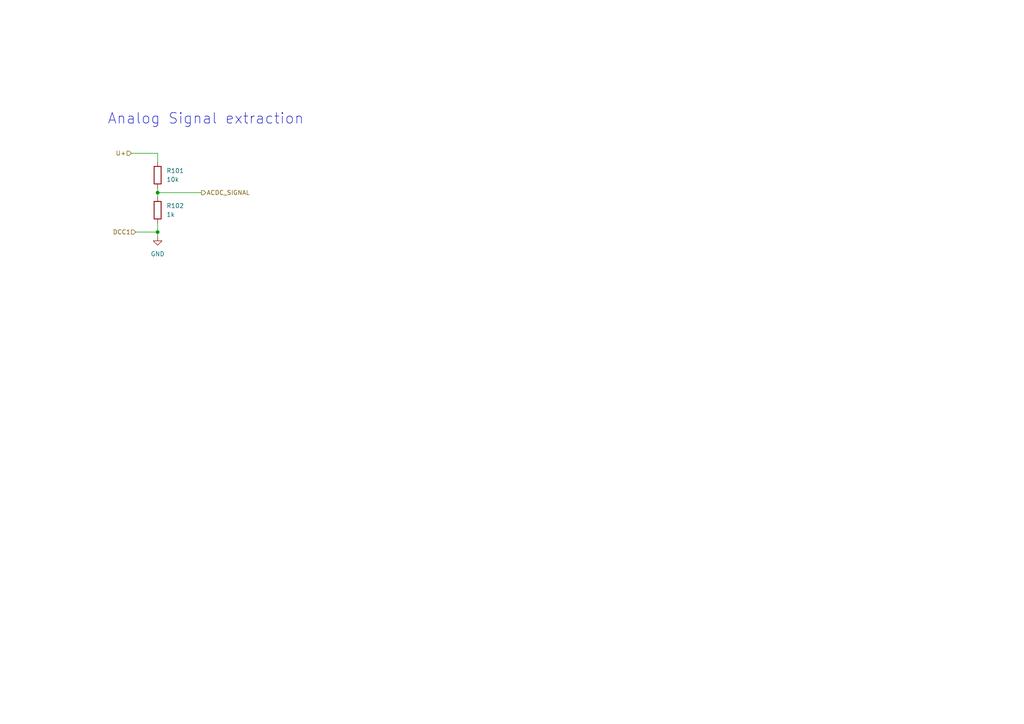
<source format=kicad_sch>
(kicad_sch (version 20231120) (generator "eeschema") (generator_version "8.0")
  (paper "A4")
  (lib_symbols
    (symbol "Device:R" (pin_numbers hide) (pin_names (offset 0))
      (property "Reference" "R" (at 2.032 0 90))
      (property "Value" "R" (at 0 0 90))
      (symbol "R_0_1"
        (rectangle (start -1.016 -2.54) (end 1.016 2.54) (stroke (width 0.254)))
      )
      (symbol "R_1_1"
        (pin passive line (at 0 3.81 270) (length 1.27) (name "~") (number "1"))
        (pin passive line (at 0 -3.81 90) (length 1.27) (name "~") (number "2"))
      )
    )
    (symbol "power:GND" (power) (pin_names (offset 0))
      (property "Value" "GND" (at 0 -3.81 0))
      (symbol "GND_0_1"
        (polyline (pts (xy 0 0) (xy 0 -1.27) (xy 1.27 -1.27) (xy 0 -2.54) (xy -1.27 -1.27) (xy 0 -1.27)))
      )
      (symbol "GND_1_1"
        (pin power_in line (at 0 0 270) (length 0) hide (name "GND") (number "1"))
      )
    )
  )
  (junction (at 45.72 67.31))
  (junction (at 45.72 55.88))
  (wire (pts (xy 45.72 67.31) (xy 45.72 64.77)))
  (wire (pts (xy 45.72 55.88) (xy 58.42 55.88)))
  (wire (pts (xy 38.1 44.45) (xy 45.72 44.45)))
  (wire (pts (xy 45.72 55.88) (xy 45.72 57.15)))
  (wire (pts (xy 45.72 54.61) (xy 45.72 55.88)))
  (wire (pts (xy 39.37 67.31) (xy 45.72 67.31)))
  (wire (pts (xy 45.72 44.45) (xy 45.72 46.99)))
  (wire (pts (xy 45.72 67.31) (xy 45.72 68.58)))
  (text "Analog Signal extraction" (at 59.69 34.544 0) (effects (font (size 3.048 3.048))))
  (hierarchical_label "DCC1" (shape input) (at 39.37 67.31 180))
  (hierarchical_label "U+" (shape input) (at 38.1 44.45 180))
  (hierarchical_label "ACDC_SIGNAL" (shape output) (at 58.42 55.88 0))
  (symbol (lib_id "Device:R") (at 45.72 50.8 0) (unit 1)
    (property "Reference" "R101" (at 48.26 49.5299 0) (effects (justify left)))
    (property "Value" "10k" (at 48.26 52.0699 0) (effects (justify left)))
    (property "Footprint" "Resistor_SMD:R_0805_2012Metric_Pad1.20x1.40mm_HandSolder" (effects (hide yes)))
    (property "Description" "Resistor" (effects (hide yes)))
    (property "OLI_ID" "10k_0805" (effects (hide yes)))
  )
  (symbol (lib_id "Device:R") (at 45.72 60.96 0) (unit 1)
    (property "Reference" "R102" (at 48.26 59.6899 0) (effects (justify left)))
    (property "Value" "1k" (at 48.26 62.2299 0) (effects (justify left)))
    (property "Footprint" "Resistor_SMD:R_0805_2012Metric_Pad1.20x1.40mm_HandSolder" (effects (hide yes)))
    (property "Description" "Resistor" (effects (hide yes)))
    (property "OLI_ID" "1k_0805" (effects (hide yes)))
  )
  (symbol (lib_id "power:GND") (at 45.72 68.58 0) (mirror y) (unit 1)
    (property "Reference" "#PWR0601" (effects (hide yes)))
    (property "Value" "GND" (at 45.72 73.66 0))
    (property "Description" "Power symbol creates a global label with name \"GND\" , ground" (effects (hide yes)))
  )
)
</source>
